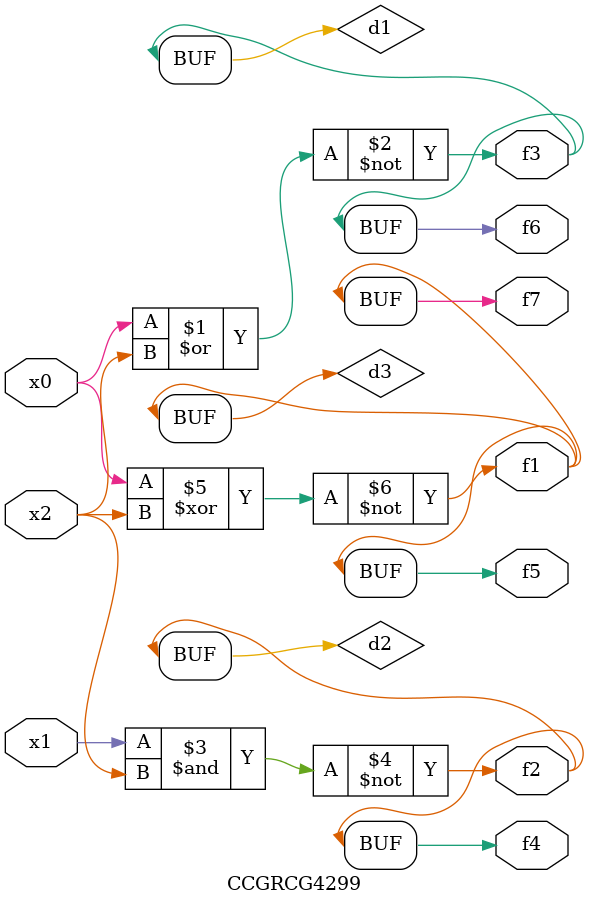
<source format=v>
module CCGRCG4299(
	input x0, x1, x2,
	output f1, f2, f3, f4, f5, f6, f7
);

	wire d1, d2, d3;

	nor (d1, x0, x2);
	nand (d2, x1, x2);
	xnor (d3, x0, x2);
	assign f1 = d3;
	assign f2 = d2;
	assign f3 = d1;
	assign f4 = d2;
	assign f5 = d3;
	assign f6 = d1;
	assign f7 = d3;
endmodule

</source>
